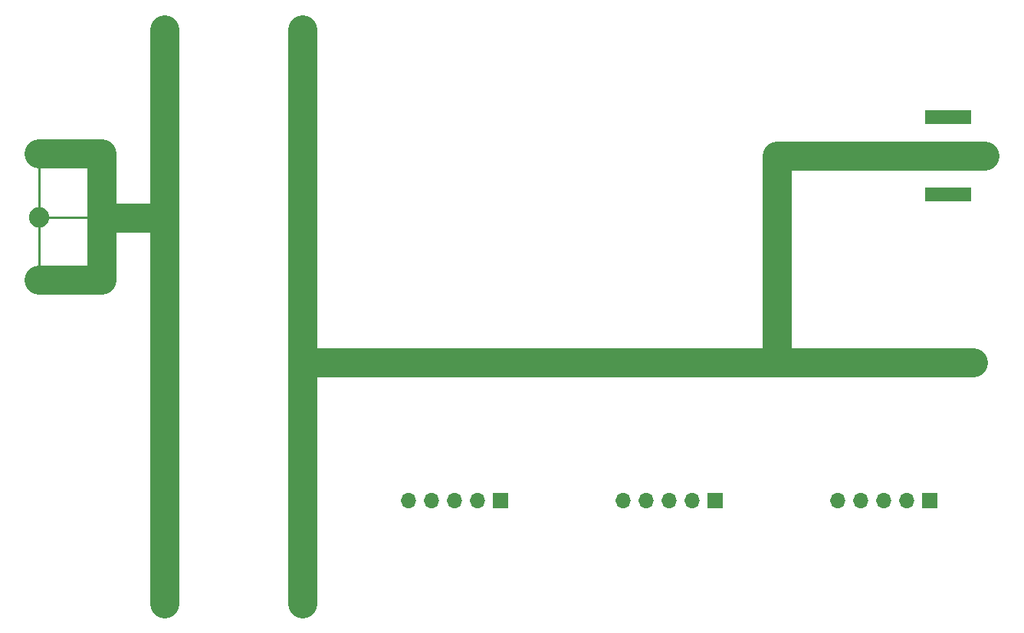
<source format=gbr>
%TF.GenerationSoftware,KiCad,Pcbnew,(6.0.4)*%
%TF.CreationDate,2022-04-28T22:30:41-04:00*%
%TF.ProjectId,cap_motherboad,6361705f-6d6f-4746-9865-72626f61642e,rev?*%
%TF.SameCoordinates,Original*%
%TF.FileFunction,Copper,L1,Top*%
%TF.FilePolarity,Positive*%
%FSLAX46Y46*%
G04 Gerber Fmt 4.6, Leading zero omitted, Abs format (unit mm)*
G04 Created by KiCad (PCBNEW (6.0.4)) date 2022-04-28 22:30:41*
%MOMM*%
%LPD*%
G01*
G04 APERTURE LIST*
%TA.AperFunction,ComponentPad*%
%ADD10R,1.700000X1.700000*%
%TD*%
%TA.AperFunction,ComponentPad*%
%ADD11O,1.700000X1.700000*%
%TD*%
%TA.AperFunction,SMDPad,CuDef*%
%ADD12R,5.080000X1.500000*%
%TD*%
%TA.AperFunction,ComponentPad*%
%ADD13C,2.250000*%
%TD*%
%TA.AperFunction,ViaPad*%
%ADD14C,0.800000*%
%TD*%
%TA.AperFunction,Conductor*%
%ADD15C,0.250000*%
%TD*%
%TA.AperFunction,Conductor*%
%ADD16C,3.175000*%
%TD*%
G04 APERTURE END LIST*
D10*
%TO.P,J9,1,Pin_1*%
%TO.N,Net-(J4-Pad1)*%
X170410000Y-85105000D03*
D11*
%TO.P,J9,2,Pin_2*%
X167870000Y-85105000D03*
%TO.P,J9,3,Pin_3*%
X165330000Y-85105000D03*
%TO.P,J9,4,Pin_4*%
X162790000Y-85105000D03*
%TO.P,J9,5,Pin_5*%
X160250000Y-85105000D03*
%TD*%
D10*
%TO.P,J8,1,Pin_1*%
%TO.N,Net-(J4-Pad1)*%
X146680000Y-85105000D03*
D11*
%TO.P,J8,2,Pin_2*%
X144140000Y-85105000D03*
%TO.P,J8,3,Pin_3*%
X141600000Y-85105000D03*
%TO.P,J8,4,Pin_4*%
X139060000Y-85105000D03*
%TO.P,J8,5,Pin_5*%
X136520000Y-85105000D03*
%TD*%
D10*
%TO.P,J7,1,Pin_1*%
%TO.N,Net-(J4-Pad1)*%
X123000000Y-85105000D03*
D11*
%TO.P,J7,2,Pin_2*%
X120460000Y-85105000D03*
%TO.P,J7,3,Pin_3*%
X117920000Y-85105000D03*
%TO.P,J7,4,Pin_4*%
X115380000Y-85105000D03*
%TO.P,J7,5,Pin_5*%
X112840000Y-85105000D03*
%TD*%
D12*
%TO.P,SMA1,1,In*%
%TO.N,Net-(J4-Pad1)*%
X172437500Y-62230000D03*
%TO.P,SMA1,2,Ext*%
%TO.N,GND*%
X172437500Y-66480000D03*
X172437500Y-57980000D03*
%TD*%
D10*
%TO.P,J1,1,Pin_1*%
%TO.N,Net-(J1-Pad1)*%
X85900000Y-51950000D03*
D11*
%TO.P,J1,2,Pin_2*%
X85900000Y-54490000D03*
%TO.P,J1,3,Pin_3*%
X85900000Y-57030000D03*
%TO.P,J1,4,Pin_4*%
X85900000Y-59570000D03*
%TO.P,J1,5,Pin_5*%
X85900000Y-62110000D03*
%TD*%
D10*
%TO.P,J5,1,Pin_1*%
%TO.N,Net-(J4-Pad1)*%
X101150000Y-75000000D03*
D11*
%TO.P,J5,2,Pin_2*%
X101150000Y-77540000D03*
%TO.P,J5,3,Pin_3*%
X101150000Y-80080000D03*
%TO.P,J5,4,Pin_4*%
X101150000Y-82620000D03*
%TO.P,J5,5,Pin_5*%
X101150000Y-85160000D03*
%TD*%
D10*
%TO.P,J10,1,Pin_1*%
%TO.N,GND*%
X123000000Y-100355000D03*
D11*
%TO.P,J10,2,Pin_2*%
X120460000Y-100355000D03*
%TO.P,J10,3,Pin_3*%
X117920000Y-100355000D03*
%TO.P,J10,4,Pin_4*%
X115380000Y-100355000D03*
%TO.P,J10,5,Pin_5*%
X112840000Y-100355000D03*
%TD*%
D10*
%TO.P,J11,1,Pin_1*%
%TO.N,GND*%
X146680000Y-100355000D03*
D11*
%TO.P,J11,2,Pin_2*%
X144140000Y-100355000D03*
%TO.P,J11,3,Pin_3*%
X141600000Y-100355000D03*
%TO.P,J11,4,Pin_4*%
X139060000Y-100355000D03*
%TO.P,J11,5,Pin_5*%
X136520000Y-100355000D03*
%TD*%
D10*
%TO.P,J6,1,Pin_1*%
%TO.N,Net-(J4-Pad1)*%
X101150000Y-97950000D03*
D11*
%TO.P,J6,2,Pin_2*%
X101150000Y-100490000D03*
%TO.P,J6,3,Pin_3*%
X101150000Y-103030000D03*
%TO.P,J6,4,Pin_4*%
X101150000Y-105570000D03*
%TO.P,J6,5,Pin_5*%
X101150000Y-108110000D03*
%TD*%
D10*
%TO.P,J3,1,Pin_1*%
%TO.N,Net-(J1-Pad1)*%
X85900000Y-97950000D03*
D11*
%TO.P,J3,2,Pin_2*%
X85900000Y-100490000D03*
%TO.P,J3,3,Pin_3*%
X85900000Y-103030000D03*
%TO.P,J3,4,Pin_4*%
X85900000Y-105570000D03*
%TO.P,J3,5,Pin_5*%
X85900000Y-108110000D03*
%TD*%
D10*
%TO.P,J2,1,Pin_1*%
%TO.N,Net-(J1-Pad1)*%
X85900000Y-75000000D03*
D11*
%TO.P,J2,2,Pin_2*%
X85900000Y-77540000D03*
%TO.P,J2,3,Pin_3*%
X85900000Y-80080000D03*
%TO.P,J2,4,Pin_4*%
X85900000Y-82620000D03*
%TO.P,J2,5,Pin_5*%
X85900000Y-85160000D03*
%TD*%
D10*
%TO.P,J12,1,Pin_1*%
%TO.N,GND*%
X170410000Y-100355000D03*
D11*
%TO.P,J12,2,Pin_2*%
X167870000Y-100355000D03*
%TO.P,J12,3,Pin_3*%
X165330000Y-100355000D03*
%TO.P,J12,4,Pin_4*%
X162790000Y-100355000D03*
%TO.P,J12,5,Pin_5*%
X160250000Y-100355000D03*
%TD*%
D13*
%TO.P,QLA1,1,In*%
%TO.N,Net-(J1-Pad1)*%
X72000000Y-69000000D03*
%TD*%
D10*
%TO.P,J4,1,Pin_1*%
%TO.N,Net-(J4-Pad1)*%
X101150000Y-51950000D03*
D11*
%TO.P,J4,2,Pin_2*%
X101150000Y-54490000D03*
%TO.P,J4,3,Pin_3*%
X101150000Y-57030000D03*
%TO.P,J4,4,Pin_4*%
X101150000Y-59570000D03*
%TO.P,J4,5,Pin_5*%
X101150000Y-62110000D03*
%TD*%
D14*
%TO.N,GND*%
X173800000Y-66480000D03*
X173990000Y-57980000D03*
X170620000Y-57980000D03*
X170680000Y-66480000D03*
X172280000Y-66480000D03*
X172500000Y-57980000D03*
%TD*%
D15*
%TO.N,Net-(J1-Pad1)*%
X72000000Y-69000000D02*
X72000000Y-62000000D01*
X72000000Y-69000000D02*
X78000000Y-69000000D01*
D16*
X85900000Y-69100000D02*
X79000000Y-69100000D01*
X85900000Y-48260000D02*
X85900000Y-69100000D01*
D15*
X72000000Y-69000000D02*
X72000000Y-76000000D01*
D16*
X79000000Y-76000000D02*
X72000000Y-76000000D01*
X79000000Y-69100000D02*
X79000000Y-62000000D01*
X79000000Y-69100000D02*
X79000000Y-70908307D01*
X79000000Y-70908307D02*
X79000000Y-76000000D01*
X79000000Y-62000000D02*
X72000000Y-62000000D01*
X85900000Y-69100000D02*
X85900000Y-111760000D01*
D15*
%TO.N,Net-(J4-Pad1)*%
X153670000Y-62230000D02*
X153600000Y-62300000D01*
D16*
X153600000Y-85160000D02*
X175260000Y-85160000D01*
X101150000Y-85160000D02*
X153600000Y-85160000D01*
X176530000Y-62230000D02*
X153670000Y-62230000D01*
X153600000Y-62300000D02*
X153600000Y-85160000D01*
X101150000Y-48260000D02*
X101150000Y-111760000D01*
%TD*%
M02*

</source>
